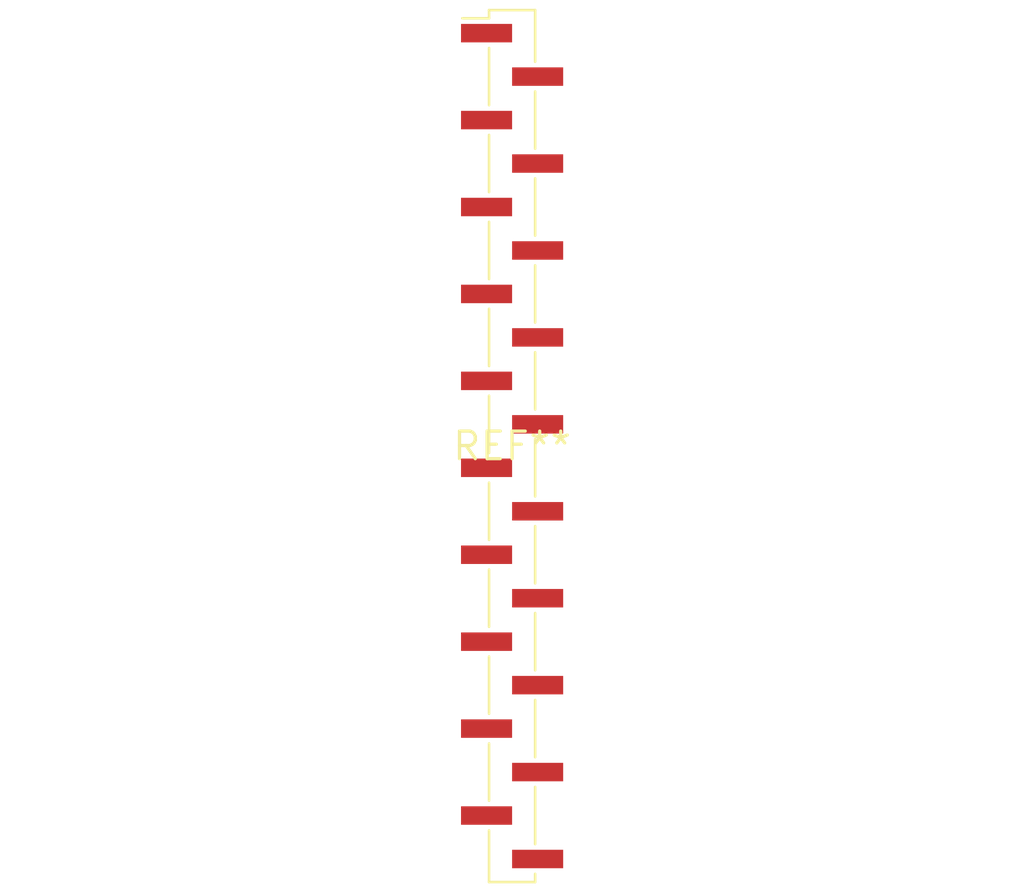
<source format=kicad_pcb>
(kicad_pcb (version 20240108) (generator pcbnew)
  (layers (0 "F.Cu" signal) (31 "B.Cu" signal) (34 "B.Paste" user) (35 "F.Paste" user) (36 "B.SilkS" user "B.Silkscreen") (37 "F.SilkS" user "F.Silkscreen") (38 "B.Mask" user) (39 "F.Mask" user) (44 "Edge.Cuts" user))
  (net 0 "")
  (footprint "PinHeader_1x20_P2.00mm_Vertical_SMD_Pin1Left" (layer "F.Cu") (at 0 0)
    (property "Reference" "REF**")
    (property "Value" "PinHeader_1x20_P2.00mm_Vertical_SMD_Pin1Left")
    (fp_line (start -1.06 -20.06) (end -1.06 -19.685) (layer "F.SilkS") (stroke (width 0.12)))
    (fp_line (start -1.06 -20.06) (end 1.06 -20.06) (layer "F.SilkS") (stroke (width 0.12)))
    (fp_line (start -1.06 -19.685) (end -2.29 -19.685) (layer "F.SilkS") (stroke (width 0.12)))
    (fp_line (start -1.06 -18.315) (end -1.06 -15.685) (layer "F.SilkS") (stroke (width 0.12)))
    (fp_line (start -1.06 -14.315) (end -1.06 -11.685) (layer "F.SilkS") (stroke (width 0.12)))
    (fp_line (start -1.06 -10.315) (end -1.06 -7.685) (layer "F.SilkS") (stroke (width 0.12)))
    (fp_line (start -1.06 -6.315) (end -1.06 -3.685) (layer "F.SilkS") (stroke (width 0.12)))
    (fp_line (start -1.06 -2.315) (end -1.06 0.315) (layer "F.SilkS") (stroke (width 0.12)))
    (fp_line (start -1.06 1.685) (end -1.06 4.315) (layer "F.SilkS") (stroke (width 0.12)))
    (fp_line (start -1.06 5.685) (end -1.06 8.315) (layer "F.SilkS") (stroke (width 0.12)))
    (fp_line (start -1.06 9.685) (end -1.06 12.315) (layer "F.SilkS") (stroke (width 0.12)))
    (fp_line (start -1.06 13.685) (end -1.06 16.315) (layer "F.SilkS") (stroke (width 0.12)))
    (fp_line (start -1.06 17.685) (end -1.06 20.06) (layer "F.SilkS") (stroke (width 0.12)))
    (fp_line (start -1.06 20.06) (end 1.06 20.06) (layer "F.SilkS") (stroke (width 0.12)))
    (fp_line (start 1.06 -20.06) (end 1.06 -17.685) (layer "F.SilkS") (stroke (width 0.12)))
    (fp_line (start 1.06 -16.315) (end 1.06 -13.685) (layer "F.SilkS") (stroke (width 0.12)))
    (fp_line (start 1.06 -12.315) (end 1.06 -9.685) (layer "F.SilkS") (stroke (width 0.12)))
    (fp_line (start 1.06 -8.315) (end 1.06 -5.685) (layer "F.SilkS") (stroke (width 0.12)))
    (fp_line (start 1.06 -4.315) (end 1.06 -1.685) (layer "F.SilkS") (stroke (width 0.12)))
    (fp_line (start 1.06 -0.315) (end 1.06 2.315) (layer "F.SilkS") (stroke (width 0.12)))
    (fp_line (start 1.06 3.685) (end 1.06 6.315) (layer "F.SilkS") (stroke (width 0.12)))
    (fp_line (start 1.06 7.685) (end 1.06 10.315) (layer "F.SilkS") (stroke (width 0.12)))
    (fp_line (start 1.06 11.685) (end 1.06 14.315) (layer "F.SilkS") (stroke (width 0.12)))
    (fp_line (start 1.06 15.685) (end 1.06 18.315) (layer "F.SilkS") (stroke (width 0.12)))
    (fp_line (start 1.06 19.685) (end 1.06 20.06) (layer "F.SilkS") (stroke (width 0.12)))
    (pad "1" smd rect (at -1.175 -19) (size 2.35 0.85) (layers "F.Cu" "F.Paste" "F.Mask"))
    (pad "2" smd rect (at 1.175 -17) (size 2.35 0.85) (layers "F.Cu" "F.Paste" "F.Mask"))
    (pad "3" smd rect (at -1.175 -15) (size 2.35 0.85) (layers "F.Cu" "F.Paste" "F.Mask"))
    (pad "4" smd rect (at 1.175 -13) (size 2.35 0.85) (layers "F.Cu" "F.Paste" "F.Mask"))
    (pad "5" smd rect (at -1.175 -11) (size 2.35 0.85) (layers "F.Cu" "F.Paste" "F.Mask"))
    (pad "6" smd rect (at 1.175 -9) (size 2.35 0.85) (layers "F.Cu" "F.Paste" "F.Mask"))
    (pad "7" smd rect (at -1.175 -7) (size 2.35 0.85) (layers "F.Cu" "F.Paste" "F.Mask"))
    (pad "8" smd rect (at 1.175 -5) (size 2.35 0.85) (layers "F.Cu" "F.Paste" "F.Mask"))
    (pad "9" smd rect (at -1.175 -3) (size 2.35 0.85) (layers "F.Cu" "F.Paste" "F.Mask"))
    (pad "10" smd rect (at 1.175 -1) (size 2.35 0.85) (layers "F.Cu" "F.Paste" "F.Mask"))
    (pad "11" smd rect (at -1.175 1) (size 2.35 0.85) (layers "F.Cu" "F.Paste" "F.Mask"))
    (pad "12" smd rect (at 1.175 3) (size 2.35 0.85) (layers "F.Cu" "F.Paste" "F.Mask"))
    (pad "13" smd rect (at -1.175 5) (size 2.35 0.85) (layers "F.Cu" "F.Paste" "F.Mask"))
    (pad "14" smd rect (at 1.175 7) (size 2.35 0.85) (layers "F.Cu" "F.Paste" "F.Mask"))
    (pad "15" smd rect (at -1.175 9) (size 2.35 0.85) (layers "F.Cu" "F.Paste" "F.Mask"))
    (pad "16" smd rect (at 1.175 11) (size 2.35 0.85) (layers "F.Cu" "F.Paste" "F.Mask"))
    (pad "17" smd rect (at -1.175 13) (size 2.35 0.85) (layers "F.Cu" "F.Paste" "F.Mask"))
    (pad "18" smd rect (at 1.175 15) (size 2.35 0.85) (layers "F.Cu" "F.Paste" "F.Mask"))
    (pad "19" smd rect (at -1.175 17) (size 2.35 0.85) (layers "F.Cu" "F.Paste" "F.Mask"))
    (pad "20" smd rect (at 1.175 19) (size 2.35 0.85) (layers "F.Cu" "F.Paste" "F.Mask"))
  )
)
</source>
